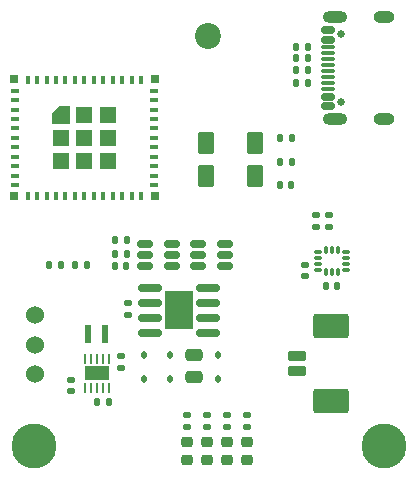
<source format=gbr>
%TF.GenerationSoftware,KiCad,Pcbnew,9.0.0*%
%TF.CreationDate,2025-03-07T19:36:39+09:00*%
%TF.ProjectId,hotdoggu_smolSlimeVR,686f7464-6f67-4677-955f-736d6f6c536c,rev?*%
%TF.SameCoordinates,Original*%
%TF.FileFunction,Soldermask,Top*%
%TF.FilePolarity,Negative*%
%FSLAX46Y46*%
G04 Gerber Fmt 4.6, Leading zero omitted, Abs format (unit mm)*
G04 Created by KiCad (PCBNEW 9.0.0) date 2025-03-07 19:36:39*
%MOMM*%
%LPD*%
G01*
G04 APERTURE LIST*
G04 Aperture macros list*
%AMRoundRect*
0 Rectangle with rounded corners*
0 $1 Rounding radius*
0 $2 $3 $4 $5 $6 $7 $8 $9 X,Y pos of 4 corners*
0 Add a 4 corners polygon primitive as box body*
4,1,4,$2,$3,$4,$5,$6,$7,$8,$9,$2,$3,0*
0 Add four circle primitives for the rounded corners*
1,1,$1+$1,$2,$3*
1,1,$1+$1,$4,$5*
1,1,$1+$1,$6,$7*
1,1,$1+$1,$8,$9*
0 Add four rect primitives between the rounded corners*
20,1,$1+$1,$2,$3,$4,$5,0*
20,1,$1+$1,$4,$5,$6,$7,0*
20,1,$1+$1,$6,$7,$8,$9,0*
20,1,$1+$1,$8,$9,$2,$3,0*%
%AMFreePoly0*
4,1,6,0.725000,-0.725000,-0.725000,-0.725000,-0.725000,0.125000,-0.125000,0.725000,0.725000,0.725000,0.725000,-0.725000,0.725000,-0.725000,$1*%
G04 Aperture macros list end*
%ADD10RoundRect,0.067500X-0.607500X-0.832500X0.607500X-0.832500X0.607500X0.832500X-0.607500X0.832500X0*%
%ADD11RoundRect,0.135000X-0.135000X-0.185000X0.135000X-0.185000X0.135000X0.185000X-0.135000X0.185000X0*%
%ADD12RoundRect,0.140000X0.140000X0.170000X-0.140000X0.170000X-0.140000X-0.170000X0.140000X-0.170000X0*%
%ADD13RoundRect,0.112500X0.112500X-0.187500X0.112500X0.187500X-0.112500X0.187500X-0.112500X-0.187500X0*%
%ADD14RoundRect,0.250001X1.249999X-0.799999X1.249999X0.799999X-1.249999X0.799999X-1.249999X-0.799999X0*%
%ADD15RoundRect,0.200000X0.600000X-0.200000X0.600000X0.200000X-0.600000X0.200000X-0.600000X-0.200000X0*%
%ADD16RoundRect,0.140000X0.170000X-0.140000X0.170000X0.140000X-0.170000X0.140000X-0.170000X-0.140000X0*%
%ADD17O,1.800000X1.000000*%
%ADD18O,2.100000X1.000000*%
%ADD19RoundRect,0.150000X0.425000X-0.150000X0.425000X0.150000X-0.425000X0.150000X-0.425000X-0.150000X0*%
%ADD20RoundRect,0.075000X0.500000X-0.075000X0.500000X0.075000X-0.500000X0.075000X-0.500000X-0.075000X0*%
%ADD21C,0.650000*%
%ADD22RoundRect,0.150000X0.512500X0.150000X-0.512500X0.150000X-0.512500X-0.150000X0.512500X-0.150000X0*%
%ADD23RoundRect,0.218750X0.256250X-0.218750X0.256250X0.218750X-0.256250X0.218750X-0.256250X-0.218750X0*%
%ADD24C,3.800000*%
%ADD25C,2.600000*%
%ADD26RoundRect,0.137500X0.137500X0.662500X-0.137500X0.662500X-0.137500X-0.662500X0.137500X-0.662500X0*%
%ADD27RoundRect,0.135000X0.185000X-0.135000X0.185000X0.135000X-0.185000X0.135000X-0.185000X-0.135000X0*%
%ADD28C,1.524000*%
%ADD29RoundRect,0.135000X0.135000X0.185000X-0.135000X0.185000X-0.135000X-0.185000X0.135000X-0.185000X0*%
%ADD30R,2.000000X1.200000*%
%ADD31RoundRect,0.062500X0.062500X-0.350000X0.062500X0.350000X-0.062500X0.350000X-0.062500X-0.350000X0*%
%ADD32C,2.200000*%
%ADD33RoundRect,0.112500X-0.112500X0.187500X-0.112500X-0.187500X0.112500X-0.187500X0.112500X0.187500X0*%
%ADD34RoundRect,0.250000X0.475000X-0.250000X0.475000X0.250000X-0.475000X0.250000X-0.475000X-0.250000X0*%
%ADD35RoundRect,0.087500X-0.087500X-0.225000X0.087500X-0.225000X0.087500X0.225000X-0.087500X0.225000X0*%
%ADD36RoundRect,0.087500X-0.225000X-0.087500X0.225000X-0.087500X0.225000X0.087500X-0.225000X0.087500X0*%
%ADD37RoundRect,0.140000X-0.170000X0.140000X-0.170000X-0.140000X0.170000X-0.140000X0.170000X0.140000X0*%
%ADD38R,2.410000X3.300000*%
%ADD39RoundRect,0.150000X-0.825000X-0.150000X0.825000X-0.150000X0.825000X0.150000X-0.825000X0.150000X0*%
%ADD40R,0.700000X0.700000*%
%ADD41R,1.450000X1.450000*%
%ADD42FreePoly0,0.000000*%
%ADD43R,0.400000X0.800000*%
%ADD44R,0.800000X0.400000*%
G04 APERTURE END LIST*
D10*
%TO.C,SW3*%
X165370000Y-79435000D03*
X169515000Y-79435000D03*
%TD*%
%TO.C,SW2*%
X165370000Y-76635000D03*
X169515000Y-76635000D03*
%TD*%
D11*
%TO.C,R18*%
X171630000Y-78220000D03*
X172650000Y-78220000D03*
%TD*%
%TO.C,R17*%
X171630000Y-76230000D03*
X172650000Y-76230000D03*
%TD*%
D12*
%TO.C,C7*%
X172600000Y-80200000D03*
X171640000Y-80200000D03*
%TD*%
D13*
%TO.C,D6*%
X160125000Y-96650000D03*
X160125000Y-94550000D03*
%TD*%
D14*
%TO.C,J2*%
X176000000Y-92125000D03*
X176000000Y-98475000D03*
D15*
X173100000Y-94675000D03*
X173100000Y-95925000D03*
%TD*%
D16*
%TO.C,C1*%
X153955000Y-96667500D03*
X153955000Y-97627500D03*
%TD*%
D17*
%TO.C,J1*%
X180475000Y-65980000D03*
D18*
X176295000Y-65980000D03*
D17*
X180475000Y-74620000D03*
D18*
X176295000Y-74620000D03*
D19*
X175720000Y-73500000D03*
X175720000Y-72700000D03*
D20*
X175720000Y-72050000D03*
X175720000Y-71050000D03*
X175720000Y-69550000D03*
X175720000Y-68550000D03*
D19*
X175720000Y-67900000D03*
X175720000Y-67100000D03*
X175720000Y-67100000D03*
X175720000Y-67900000D03*
D20*
X175720000Y-69050000D03*
X175720000Y-70050000D03*
X175720000Y-70550000D03*
X175720000Y-71550000D03*
D19*
X175720000Y-72700000D03*
X175720000Y-73500000D03*
D21*
X176795000Y-73190000D03*
X176795000Y-67410000D03*
%TD*%
D22*
%TO.C,U4*%
X160262500Y-87075000D03*
X160262500Y-86125000D03*
X160262500Y-85175000D03*
X162537500Y-85175000D03*
X162537500Y-86125000D03*
X162537500Y-87075000D03*
%TD*%
D23*
%TO.C,LED3*%
X163750000Y-101912500D03*
X163750000Y-103487500D03*
%TD*%
D24*
%TO.C,H1*%
X150800000Y-102300000D03*
D25*
X150800000Y-102300000D03*
%TD*%
D26*
%TO.C,L1*%
X155380000Y-92785000D03*
X156830000Y-92785000D03*
%TD*%
D27*
%TO.C,R11*%
X167150000Y-99702500D03*
X167150000Y-100722500D03*
%TD*%
D12*
%TO.C,C3*%
X157690000Y-87035000D03*
X158650000Y-87035000D03*
%TD*%
D16*
%TO.C,C6*%
X173750000Y-86970000D03*
X173750000Y-87930000D03*
%TD*%
D23*
%TO.C,LED4*%
X168850000Y-101912500D03*
X168850000Y-103487500D03*
%TD*%
D28*
%TO.C,SW1*%
X150900000Y-96200000D03*
X150900000Y-93700000D03*
X150900000Y-91200000D03*
%TD*%
D29*
%TO.C,R10*%
X173035000Y-69420000D03*
X174055000Y-69420000D03*
%TD*%
%TO.C,R3*%
X173035000Y-68520000D03*
X174055000Y-68520000D03*
%TD*%
D27*
%TO.C,R12*%
X168850000Y-99700000D03*
X168850000Y-100720000D03*
%TD*%
%TO.C,R4*%
X165450000Y-99690000D03*
X165450000Y-100710000D03*
%TD*%
D30*
%TO.C,U2*%
X156155000Y-96135000D03*
D31*
X155155000Y-94922500D03*
X155655000Y-94922500D03*
X156155000Y-94922500D03*
X156655000Y-94922500D03*
X157155000Y-94922500D03*
X157155000Y-97347500D03*
X156655000Y-97347500D03*
X156155000Y-97347500D03*
X155655000Y-97347500D03*
X155155000Y-97347500D03*
%TD*%
D32*
%TO.C,H2*%
X165600000Y-67600000D03*
%TD*%
D29*
%TO.C,R2*%
X173035000Y-71520000D03*
X174055000Y-71520000D03*
%TD*%
%TO.C,R9*%
X173035000Y-70420000D03*
X174055000Y-70420000D03*
%TD*%
D33*
%TO.C,D5*%
X166425000Y-96650000D03*
X166425000Y-94550000D03*
%TD*%
D11*
%TO.C,R1*%
X157215000Y-98585000D03*
X156195000Y-98585000D03*
%TD*%
D34*
%TO.C,C4*%
X164425000Y-94550000D03*
X164425000Y-96450000D03*
%TD*%
D33*
%TO.C,D4*%
X162325000Y-96650000D03*
X162325000Y-94550000D03*
%TD*%
D27*
%TO.C,R5*%
X163750000Y-99690000D03*
X163750000Y-100710000D03*
%TD*%
D35*
%TO.C,U6*%
X175550000Y-85737500D03*
X176050000Y-85737500D03*
X176550000Y-85737500D03*
D36*
X177212500Y-85900000D03*
X177212500Y-86400000D03*
X177212500Y-86900000D03*
X177212500Y-87400000D03*
D35*
X176550000Y-87562500D03*
X176050000Y-87562500D03*
X175550000Y-87562500D03*
D36*
X174887500Y-87400000D03*
X174887500Y-86900000D03*
X174887500Y-86400000D03*
X174887500Y-85900000D03*
%TD*%
D27*
%TO.C,R13*%
X174750000Y-82740000D03*
X174750000Y-83760000D03*
%TD*%
%TO.C,R14*%
X175850000Y-82740000D03*
X175850000Y-83760000D03*
%TD*%
D37*
%TO.C,C2*%
X158205000Y-95665000D03*
X158205000Y-94705000D03*
%TD*%
D29*
%TO.C,R7*%
X157690000Y-86025000D03*
X158710000Y-86025000D03*
%TD*%
D11*
%TO.C,R15*%
X155310000Y-87000000D03*
X154290000Y-87000000D03*
%TD*%
D38*
%TO.C,U3*%
X163100000Y-90800000D03*
D39*
X165575000Y-88895000D03*
X165575000Y-90165000D03*
X165575000Y-91435000D03*
X165575000Y-92705000D03*
X160625000Y-92705000D03*
X160625000Y-91435000D03*
X160625000Y-90165000D03*
X160625000Y-88895000D03*
%TD*%
D11*
%TO.C,R8*%
X158710000Y-84825000D03*
X157690000Y-84825000D03*
%TD*%
D40*
%TO.C,U1*%
X149150000Y-71250000D03*
X149150000Y-81150000D03*
X161050000Y-81150000D03*
X161050000Y-71250000D03*
D41*
X157075000Y-78175000D03*
X157075000Y-76200000D03*
X157075000Y-74225000D03*
X155100000Y-78175000D03*
X155100000Y-76200000D03*
X155100000Y-74225000D03*
X153125000Y-78175000D03*
X153125000Y-76200000D03*
D42*
X153125000Y-74225000D03*
D43*
X150300000Y-71300000D03*
X151100000Y-71300000D03*
X151900000Y-71300000D03*
X152700000Y-71300000D03*
X153500000Y-71300000D03*
X154300000Y-71300000D03*
X155100000Y-71300000D03*
X155900000Y-71300000D03*
X156700000Y-71300000D03*
X157500000Y-71300000D03*
X158300000Y-71300000D03*
X159100000Y-71300000D03*
X159900000Y-71300000D03*
D44*
X161000000Y-72200000D03*
X161000000Y-73000000D03*
X161000000Y-73800000D03*
X161000000Y-74600000D03*
X161000000Y-75400000D03*
X161000000Y-76200000D03*
X161000000Y-77000000D03*
X161000000Y-77800000D03*
X161000000Y-78600000D03*
X161000000Y-79400000D03*
X161000000Y-80200000D03*
D43*
X159900000Y-81100000D03*
X159100000Y-81100000D03*
X158300000Y-81100000D03*
X157500000Y-81100000D03*
X156700000Y-81100000D03*
X155900000Y-81100000D03*
X155100000Y-81100000D03*
X154300000Y-81100000D03*
X153500000Y-81100000D03*
X152700000Y-81100000D03*
X151900000Y-81100000D03*
X151100000Y-81100000D03*
X150300000Y-81100000D03*
D44*
X149200000Y-80200000D03*
X149200000Y-79400000D03*
X149200000Y-78600000D03*
X149200000Y-77800000D03*
X149200000Y-77000000D03*
X149200000Y-76200000D03*
X149200000Y-75400000D03*
X149200000Y-74600000D03*
X149200000Y-73800000D03*
X149200000Y-73000000D03*
X149200000Y-72200000D03*
%TD*%
D23*
%TO.C,LED1*%
X167150000Y-101925000D03*
X167150000Y-103500000D03*
%TD*%
D12*
%TO.C,C5*%
X175570000Y-88750000D03*
X176530000Y-88750000D03*
%TD*%
D27*
%TO.C,R6*%
X158800000Y-90190000D03*
X158800000Y-91210000D03*
%TD*%
D11*
%TO.C,R16*%
X153110000Y-87000000D03*
X152090000Y-87000000D03*
%TD*%
D22*
%TO.C,U5*%
X164762500Y-87075000D03*
X164762500Y-86125000D03*
X164762500Y-85175000D03*
X167037500Y-85175000D03*
X167037500Y-86125000D03*
X167037500Y-87075000D03*
%TD*%
D24*
%TO.C,H3*%
X180500000Y-102300000D03*
D25*
X180500000Y-102300000D03*
%TD*%
D23*
%TO.C,LED2*%
X165450000Y-101912500D03*
X165450000Y-103487500D03*
%TD*%
M02*

</source>
